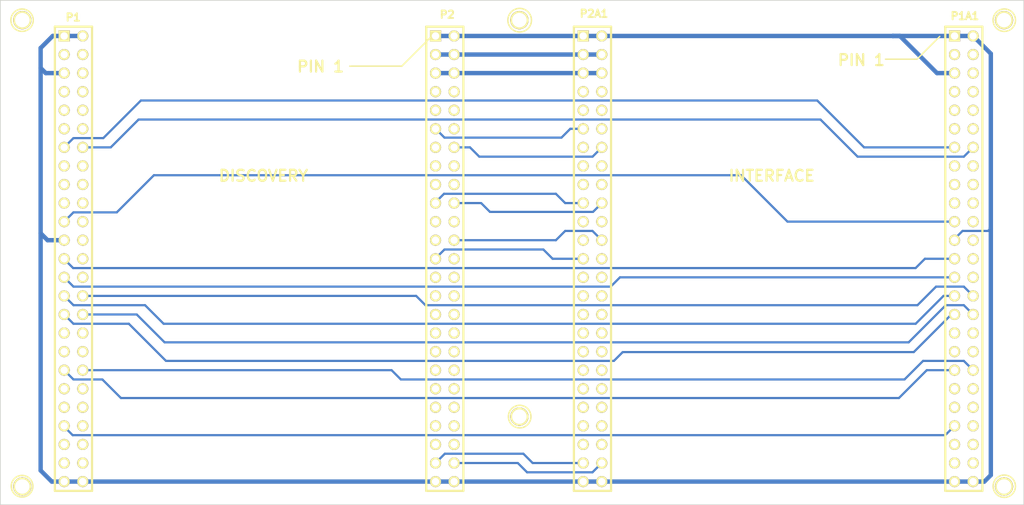
<source format=kicad_pcb>
(kicad_pcb (version 4) (host pcbnew "(after 2015-mar-04 BZR unknown)-product")

  (general
    (links 45)
    (no_connects 0)
    (area 129.949999 105.949999 270.050001 175.2816)
    (thickness 1.6)
    (drawings 18)
    (tracks 150)
    (zones 0)
    (modules 10)
    (nets 24)
  )

  (page A3)
  (layers
    (0 F.Cu signal)
    (31 B.Cu signal)
    (32 B.Adhes user)
    (33 F.Adhes user)
    (34 B.Paste user)
    (35 F.Paste user)
    (36 B.SilkS user)
    (37 F.SilkS user)
    (38 B.Mask user)
    (39 F.Mask user)
    (40 Dwgs.User user)
    (41 Cmts.User user)
    (42 Eco1.User user)
    (43 Eco2.User user)
    (44 Edge.Cuts user)
  )

  (setup
    (last_trace_width 0.6)
    (trace_clearance 0.254)
    (zone_clearance 0.254)
    (zone_45_only no)
    (trace_min 0.254)
    (segment_width 0.2)
    (edge_width 0.1)
    (via_size 0.889)
    (via_drill 0.635)
    (via_min_size 0.889)
    (via_min_drill 0.508)
    (uvia_size 0.508)
    (uvia_drill 0.127)
    (uvias_allowed no)
    (uvia_min_size 0.508)
    (uvia_min_drill 0.127)
    (pcb_text_width 0.3)
    (pcb_text_size 1.5 1.5)
    (mod_edge_width 0.15)
    (mod_text_size 1 1)
    (mod_text_width 0.15)
    (pad_size 1.5 1.5)
    (pad_drill 0.6)
    (pad_to_mask_clearance 0)
    (aux_axis_origin 0 0)
    (visible_elements 7FFFFFBF)
    (pcbplotparams
      (layerselection 0x00020_00000000)
      (usegerberextensions false)
      (excludeedgelayer false)
      (linewidth 0.150000)
      (plotframeref false)
      (viasonmask false)
      (mode 1)
      (useauxorigin false)
      (hpglpennumber 1)
      (hpglpenspeed 20)
      (hpglpendiameter 15)
      (hpglpenoverlay 2)
      (psnegative false)
      (psa4output false)
      (plotreference false)
      (plotvalue false)
      (plotinvisibletext false)
      (padsonsilk false)
      (subtractmaskfromsilk false)
      (outputformat 4)
      (mirror false)
      (drillshape 0)
      (scaleselection 1)
      (outputdirectory ""))
  )

  (net 0 "")
  (net 1 +5V)
  (net 2 /CCW1)
  (net 3 /CCW2)
  (net 4 /CCW3)
  (net 5 /CCW4)
  (net 6 /CW1)
  (net 7 /CW2)
  (net 8 /CW3)
  (net 9 /CW4)
  (net 10 /DIR1s)
  (net 11 /DIR2s)
  (net 12 /DIR3s)
  (net 13 /DIR4s)
  (net 14 /PWM1s)
  (net 15 /PWM2s)
  (net 16 /PWM3s)
  (net 17 /PWM4s)
  (net 18 /RX)
  (net 19 /RX_DEBUG)
  (net 20 /TX)
  (net 21 /TX_DEBUG)
  (net 22 3V3)
  (net 23 GND)

  (net_class Default "This is the default net class."
    (clearance 0.254)
    (trace_width 0.6)
    (via_dia 0.889)
    (via_drill 0.635)
    (uvia_dia 0.508)
    (uvia_drill 0.127)
    (add_net +5V)
    (add_net /CCW1)
    (add_net /CCW2)
    (add_net /CCW3)
    (add_net /CCW4)
    (add_net /CW1)
    (add_net /CW2)
    (add_net /CW3)
    (add_net /CW4)
    (add_net /DIR1s)
    (add_net /DIR2s)
    (add_net /DIR3s)
    (add_net /DIR4s)
    (add_net /PWM1s)
    (add_net /PWM2s)
    (add_net /PWM3s)
    (add_net /PWM4s)
    (add_net /RX)
    (add_net /RX_DEBUG)
    (add_net /TX)
    (add_net /TX_DEBUG)
    (add_net 3V3)
    (add_net GND)
  )

  (module PINHEADER25X2 (layer F.Cu) (tedit 55341784) (tstamp 55341151)
    (at 140 135 270)
    (descr "Double rangee de contacts 2 x 12 pins")
    (tags CONN)
    (path /55340C72)
    (fp_text reference P1 (at -26.669 0.046 360) (layer F.SilkS)
      (effects (font (size 1.016 1.016) (thickness 0.27432)))
    )
    (fp_text value CONN_25X2 (at 3.2639 4.1275 270) (layer F.SilkS) hide
      (effects (font (size 1.016 1.016) (thickness 0.2032)))
    )
    (fp_line (start 38.1 2.54) (end -25.4 2.54) (layer F.SilkS) (width 0.3048))
    (fp_line (start 38.1 -2.54) (end -25.4 -2.54) (layer F.SilkS) (width 0.3048))
    (fp_line (start 38.1 -2.54) (end 38.1 2.54) (layer F.SilkS) (width 0.3048))
    (fp_line (start -25.4 -2.54) (end -25.4 2.54) (layer F.SilkS) (width 0.3048))
    (pad 1 thru_hole rect (at -24.13 1.27 270) (size 1.524 1.524) (drill 1.016) (layers *.Cu *.Mask F.SilkS)
      (net 23 GND))
    (pad 2 thru_hole circle (at -24.13 -1.27 270) (size 1.524 1.524) (drill 1.016) (layers *.Cu *.Mask F.SilkS)
      (net 23 GND))
    (pad 11 thru_hole circle (at -11.43 1.27 270) (size 1.524 1.524) (drill 1.016) (layers *.Cu *.Mask F.SilkS))
    (pad 4 thru_hole circle (at -21.59 -1.27 270) (size 1.524 1.524) (drill 1.016) (layers *.Cu *.Mask F.SilkS))
    (pad 13 thru_hole circle (at -8.89 1.27 270) (size 1.524 1.524) (drill 1.016) (layers *.Cu *.Mask F.SilkS)
      (net 19 /RX_DEBUG))
    (pad 6 thru_hole circle (at -19.05 -1.27 270) (size 1.524 1.524) (drill 1.016) (layers *.Cu *.Mask F.SilkS))
    (pad 15 thru_hole circle (at -6.35 1.27 270) (size 1.524 1.524) (drill 1.016) (layers *.Cu *.Mask F.SilkS))
    (pad 8 thru_hole circle (at -16.51 -1.27 270) (size 1.524 1.524) (drill 1.016) (layers *.Cu *.Mask F.SilkS))
    (pad 17 thru_hole circle (at -3.81 1.27 270) (size 1.524 1.524) (drill 1.016) (layers *.Cu *.Mask F.SilkS))
    (pad 10 thru_hole circle (at -13.97 -1.27 270) (size 1.524 1.524) (drill 1.016) (layers *.Cu *.Mask F.SilkS))
    (pad 19 thru_hole circle (at -1.27 1.27 270) (size 1.524 1.524) (drill 1.016) (layers *.Cu *.Mask F.SilkS))
    (pad 12 thru_hole circle (at -11.43 -1.27 270) (size 1.524 1.524) (drill 1.016) (layers *.Cu *.Mask F.SilkS))
    (pad 21 thru_hole circle (at 1.27 1.27 270) (size 1.524 1.524) (drill 1.016) (layers *.Cu *.Mask F.SilkS)
      (net 4 /CCW3))
    (pad 14 thru_hole circle (at -8.89 -1.27 270) (size 1.524 1.524) (drill 1.016) (layers *.Cu *.Mask F.SilkS)
      (net 21 /TX_DEBUG))
    (pad 23 thru_hole circle (at 3.81 1.27 270) (size 1.524 1.524) (drill 1.016) (layers *.Cu *.Mask F.SilkS)
      (net 23 GND))
    (pad 16 thru_hole circle (at -6.35 -1.27 270) (size 1.524 1.524) (drill 1.016) (layers *.Cu *.Mask F.SilkS))
    (pad 25 thru_hole circle (at 6.35 1.27 270) (size 1.524 1.524) (drill 1.016) (layers *.Cu *.Mask F.SilkS)
      (net 5 /CCW4))
    (pad 18 thru_hole circle (at -3.81 -1.27 270) (size 1.524 1.524) (drill 1.016) (layers *.Cu *.Mask F.SilkS))
    (pad 27 thru_hole circle (at 8.89 1.27 270) (size 1.524 1.524) (drill 1.016) (layers *.Cu *.Mask F.SilkS)
      (net 14 /PWM1s))
    (pad 20 thru_hole circle (at -1.27 -1.27 270) (size 1.524 1.524) (drill 1.016) (layers *.Cu *.Mask F.SilkS))
    (pad 29 thru_hole circle (at 11.43 1.27 270) (size 1.524 1.524) (drill 1.016) (layers *.Cu *.Mask F.SilkS)
      (net 15 /PWM2s))
    (pad 22 thru_hole circle (at 1.27 -1.27 270) (size 1.524 1.524) (drill 1.016) (layers *.Cu *.Mask F.SilkS))
    (pad 31 thru_hole circle (at 13.97 1.27 270) (size 1.524 1.524) (drill 1.016) (layers *.Cu *.Mask F.SilkS)
      (net 16 /PWM3s))
    (pad 24 thru_hole circle (at 3.81 -1.27 270) (size 1.524 1.524) (drill 1.016) (layers *.Cu *.Mask F.SilkS))
    (pad 26 thru_hole circle (at 6.35 -1.27 270) (size 1.524 1.524) (drill 1.016) (layers *.Cu *.Mask F.SilkS))
    (pad 33 thru_hole circle (at 16.51 1.27 270) (size 1.524 1.524) (drill 1.016) (layers *.Cu *.Mask F.SilkS))
    (pad 28 thru_hole circle (at 8.89 -1.27 270) (size 1.524 1.524) (drill 1.016) (layers *.Cu *.Mask F.SilkS))
    (pad 32 thru_hole circle (at 13.97 -1.27 270) (size 1.524 1.524) (drill 1.016) (layers *.Cu *.Mask F.SilkS)
      (net 17 /PWM4s))
    (pad 34 thru_hole circle (at 16.51 -1.27 270) (size 1.524 1.524) (drill 1.016) (layers *.Cu *.Mask F.SilkS))
    (pad 36 thru_hole circle (at 19.05 -1.27 270) (size 1.524 1.524) (drill 1.016) (layers *.Cu *.Mask F.SilkS))
    (pad 38 thru_hole circle (at 21.59 -1.27 270) (size 1.524 1.524) (drill 1.016) (layers *.Cu *.Mask F.SilkS)
      (net 2 /CCW1))
    (pad 35 thru_hole circle (at 19.05 1.27 270) (size 1.524 1.524) (drill 1.016) (layers *.Cu *.Mask F.SilkS))
    (pad 37 thru_hole circle (at 21.59 1.27 270) (size 1.524 1.524) (drill 1.016) (layers *.Cu *.Mask F.SilkS)
      (net 6 /CW1))
    (pad 3 thru_hole circle (at -21.59 1.27 270) (size 1.524 1.524) (drill 1.016) (layers *.Cu *.Mask F.SilkS))
    (pad 5 thru_hole circle (at -19.05 1.27 270) (size 1.524 1.524) (drill 1.016) (layers *.Cu *.Mask F.SilkS)
      (net 23 GND))
    (pad 7 thru_hole circle (at -16.51 1.27 270) (size 1.524 1.524) (drill 1.016) (layers *.Cu *.Mask F.SilkS))
    (pad 9 thru_hole circle (at -13.97 1.27 270) (size 1.524 1.524) (drill 1.016) (layers *.Cu *.Mask F.SilkS))
    (pad 39 thru_hole circle (at 24.13 1.27 270) (size 1.524 1.524) (drill 1.016) (layers *.Cu *.Mask F.SilkS))
    (pad 40 thru_hole circle (at 24.13 -1.27 270) (size 1.524 1.524) (drill 1.016) (layers *.Cu *.Mask F.SilkS))
    (pad 30 thru_hole circle (at 11.43 -1.27 270) (size 1.524 1.524) (drill 1.016) (layers *.Cu *.Mask F.SilkS)
      (net 9 /CW4))
    (pad 41 thru_hole circle (at 26.67 1.27 270) (size 1.524 1.524) (drill 1.016) (layers *.Cu F.Paste F.SilkS F.Mask))
    (pad 42 thru_hole circle (at 26.67 -1.27 270) (size 1.524 1.524) (drill 1.016) (layers *.Cu F.Paste F.SilkS F.Mask))
    (pad 43 thru_hole circle (at 29.21 1.27 270) (size 1.524 1.524) (drill 1.016) (layers *.Cu F.Paste F.SilkS F.Mask)
      (net 8 /CW3))
    (pad 44 thru_hole circle (at 29.21 -1.27 270) (size 1.524 1.524) (drill 1.016) (layers *.Cu F.Paste F.SilkS F.Mask))
    (pad 45 thru_hole circle (at 31.75 1.27 270) (size 1.524 1.524) (drill 1.016) (layers *.Cu F.Paste F.SilkS F.Mask))
    (pad 46 thru_hole circle (at 31.75 -1.27 270) (size 1.524 1.524) (drill 1.016) (layers *.Cu F.Paste F.SilkS F.Mask))
    (pad 47 thru_hole circle (at 34.29 1.27 270) (size 1.524 1.524) (drill 1.016) (layers *.Cu F.Paste F.SilkS F.Mask))
    (pad 48 thru_hole circle (at 34.29 -1.27 270) (size 1.524 1.524) (drill 1.016) (layers *.Cu F.Paste F.SilkS F.Mask))
    (pad 49 thru_hole circle (at 36.83 1.27 270) (size 1.524 1.524) (drill 1.016) (layers *.Cu F.SilkS F.Mask)
      (net 23 GND))
    (pad 50 thru_hole circle (at 36.83 -1.27 270) (size 1.524 1.524) (drill 1.016) (layers *.Cu F.Paste F.SilkS F.Mask)
      (net 23 GND))
    (model pin_array/pins_array_20x2.wrl
      (at (xyz 0 0 0))
      (scale (xyz 1 1 1))
      (rotate (xyz 0 0 0))
    )
  )

  (module PINHEADER25X2 (layer F.Cu) (tedit 5534177F) (tstamp 5534118B)
    (at 190.8 135 270)
    (descr "Double rangee de contacts 2 x 12 pins")
    (tags CONN)
    (path /55340C81)
    (fp_text reference P2 (at -27.05 -0.335 360) (layer F.SilkS)
      (effects (font (size 1.016 1.016) (thickness 0.27432)))
    )
    (fp_text value CONN_25X2 (at 3.2639 4.1275 270) (layer F.SilkS) hide
      (effects (font (size 1.016 1.016) (thickness 0.2032)))
    )
    (fp_line (start 38.1 2.54) (end -25.4 2.54) (layer F.SilkS) (width 0.3048))
    (fp_line (start 38.1 -2.54) (end -25.4 -2.54) (layer F.SilkS) (width 0.3048))
    (fp_line (start 38.1 -2.54) (end 38.1 2.54) (layer F.SilkS) (width 0.3048))
    (fp_line (start -25.4 -2.54) (end -25.4 2.54) (layer F.SilkS) (width 0.3048))
    (pad 1 thru_hole rect (at -24.13 1.27 270) (size 1.524 1.524) (drill 1.016) (layers *.Cu *.Mask F.SilkS)
      (net 23 GND))
    (pad 2 thru_hole circle (at -24.13 -1.27 270) (size 1.524 1.524) (drill 1.016) (layers *.Cu *.Mask F.SilkS)
      (net 23 GND))
    (pad 11 thru_hole circle (at -11.43 1.27 270) (size 1.524 1.524) (drill 1.016) (layers *.Cu *.Mask F.SilkS)
      (net 7 /CW2))
    (pad 4 thru_hole circle (at -21.59 -1.27 270) (size 1.524 1.524) (drill 1.016) (layers *.Cu *.Mask F.SilkS)
      (net 1 +5V))
    (pad 13 thru_hole circle (at -8.89 1.27 270) (size 1.524 1.524) (drill 1.016) (layers *.Cu *.Mask F.SilkS))
    (pad 6 thru_hole circle (at -19.05 -1.27 270) (size 1.524 1.524) (drill 1.016) (layers *.Cu *.Mask F.SilkS)
      (net 22 3V3))
    (pad 15 thru_hole circle (at -6.35 1.27 270) (size 1.524 1.524) (drill 1.016) (layers *.Cu *.Mask F.SilkS))
    (pad 8 thru_hole circle (at -16.51 -1.27 270) (size 1.524 1.524) (drill 1.016) (layers *.Cu *.Mask F.SilkS))
    (pad 17 thru_hole circle (at -3.81 1.27 270) (size 1.524 1.524) (drill 1.016) (layers *.Cu *.Mask F.SilkS))
    (pad 10 thru_hole circle (at -13.97 -1.27 270) (size 1.524 1.524) (drill 1.016) (layers *.Cu *.Mask F.SilkS))
    (pad 19 thru_hole circle (at -1.27 1.27 270) (size 1.524 1.524) (drill 1.016) (layers *.Cu *.Mask F.SilkS)
      (net 11 /DIR2s))
    (pad 12 thru_hole circle (at -11.43 -1.27 270) (size 1.524 1.524) (drill 1.016) (layers *.Cu *.Mask F.SilkS))
    (pad 21 thru_hole circle (at 1.27 1.27 270) (size 1.524 1.524) (drill 1.016) (layers *.Cu *.Mask F.SilkS))
    (pad 14 thru_hole circle (at -8.89 -1.27 270) (size 1.524 1.524) (drill 1.016) (layers *.Cu *.Mask F.SilkS)
      (net 3 /CCW2))
    (pad 23 thru_hole circle (at 3.81 1.27 270) (size 1.524 1.524) (drill 1.016) (layers *.Cu *.Mask F.SilkS))
    (pad 16 thru_hole circle (at -6.35 -1.27 270) (size 1.524 1.524) (drill 1.016) (layers *.Cu *.Mask F.SilkS))
    (pad 25 thru_hole circle (at 6.35 1.27 270) (size 1.524 1.524) (drill 1.016) (layers *.Cu *.Mask F.SilkS)
      (net 12 /DIR3s))
    (pad 18 thru_hole circle (at -3.81 -1.27 270) (size 1.524 1.524) (drill 1.016) (layers *.Cu *.Mask F.SilkS))
    (pad 27 thru_hole circle (at 8.89 1.27 270) (size 1.524 1.524) (drill 1.016) (layers *.Cu *.Mask F.SilkS))
    (pad 20 thru_hole circle (at -1.27 -1.27 270) (size 1.524 1.524) (drill 1.016) (layers *.Cu *.Mask F.SilkS)
      (net 13 /DIR4s))
    (pad 29 thru_hole circle (at 11.43 1.27 270) (size 1.524 1.524) (drill 1.016) (layers *.Cu *.Mask F.SilkS))
    (pad 22 thru_hole circle (at 1.27 -1.27 270) (size 1.524 1.524) (drill 1.016) (layers *.Cu *.Mask F.SilkS))
    (pad 31 thru_hole circle (at 13.97 1.27 270) (size 1.524 1.524) (drill 1.016) (layers *.Cu *.Mask F.SilkS))
    (pad 24 thru_hole circle (at 3.81 -1.27 270) (size 1.524 1.524) (drill 1.016) (layers *.Cu *.Mask F.SilkS)
      (net 10 /DIR1s))
    (pad 26 thru_hole circle (at 6.35 -1.27 270) (size 1.524 1.524) (drill 1.016) (layers *.Cu *.Mask F.SilkS))
    (pad 33 thru_hole circle (at 16.51 1.27 270) (size 1.524 1.524) (drill 1.016) (layers *.Cu *.Mask F.SilkS))
    (pad 28 thru_hole circle (at 8.89 -1.27 270) (size 1.524 1.524) (drill 1.016) (layers *.Cu *.Mask F.SilkS))
    (pad 32 thru_hole circle (at 13.97 -1.27 270) (size 1.524 1.524) (drill 1.016) (layers *.Cu *.Mask F.SilkS))
    (pad 34 thru_hole circle (at 16.51 -1.27 270) (size 1.524 1.524) (drill 1.016) (layers *.Cu *.Mask F.SilkS))
    (pad 36 thru_hole circle (at 19.05 -1.27 270) (size 1.524 1.524) (drill 1.016) (layers *.Cu *.Mask F.SilkS))
    (pad 38 thru_hole circle (at 21.59 -1.27 270) (size 1.524 1.524) (drill 1.016) (layers *.Cu *.Mask F.SilkS))
    (pad 35 thru_hole circle (at 19.05 1.27 270) (size 1.524 1.524) (drill 1.016) (layers *.Cu *.Mask F.SilkS))
    (pad 37 thru_hole circle (at 21.59 1.27 270) (size 1.524 1.524) (drill 1.016) (layers *.Cu *.Mask F.SilkS))
    (pad 3 thru_hole circle (at -21.59 1.27 270) (size 1.524 1.524) (drill 1.016) (layers *.Cu *.Mask F.SilkS)
      (net 1 +5V))
    (pad 5 thru_hole circle (at -19.05 1.27 270) (size 1.524 1.524) (drill 1.016) (layers *.Cu *.Mask F.SilkS)
      (net 22 3V3))
    (pad 7 thru_hole circle (at -16.51 1.27 270) (size 1.524 1.524) (drill 1.016) (layers *.Cu *.Mask F.SilkS))
    (pad 9 thru_hole circle (at -13.97 1.27 270) (size 1.524 1.524) (drill 1.016) (layers *.Cu *.Mask F.SilkS))
    (pad 39 thru_hole circle (at 24.13 1.27 270) (size 1.524 1.524) (drill 1.016) (layers *.Cu *.Mask F.SilkS))
    (pad 40 thru_hole circle (at 24.13 -1.27 270) (size 1.524 1.524) (drill 1.016) (layers *.Cu *.Mask F.SilkS))
    (pad 30 thru_hole circle (at 11.43 -1.27 270) (size 1.524 1.524) (drill 1.016) (layers *.Cu *.Mask F.SilkS))
    (pad 41 thru_hole circle (at 26.67 1.27 270) (size 1.524 1.524) (drill 1.016) (layers *.Cu F.Paste F.SilkS F.Mask))
    (pad 42 thru_hole circle (at 26.67 -1.27 270) (size 1.524 1.524) (drill 1.016) (layers *.Cu F.Paste F.SilkS F.Mask))
    (pad 43 thru_hole circle (at 29.21 1.27 270) (size 1.524 1.524) (drill 1.016) (layers *.Cu F.Paste F.SilkS F.Mask))
    (pad 44 thru_hole circle (at 29.21 -1.27 270) (size 1.524 1.524) (drill 1.016) (layers *.Cu F.Paste F.SilkS F.Mask))
    (pad 45 thru_hole circle (at 31.75 1.27 270) (size 1.524 1.524) (drill 1.016) (layers *.Cu F.Paste F.SilkS F.Mask))
    (pad 46 thru_hole circle (at 31.75 -1.27 270) (size 1.524 1.524) (drill 1.016) (layers *.Cu F.Paste F.SilkS F.Mask))
    (pad 47 thru_hole circle (at 34.29 1.27 270) (size 1.524 1.524) (drill 1.016) (layers *.Cu F.Paste F.SilkS F.Mask)
      (net 20 /TX))
    (pad 48 thru_hole circle (at 34.29 -1.27 270) (size 1.524 1.524) (drill 1.016) (layers *.Cu F.Paste F.SilkS F.Mask)
      (net 18 /RX))
    (pad 49 thru_hole circle (at 36.83 1.27 270) (size 1.524 1.524) (drill 1.016) (layers *.Cu F.SilkS F.Mask)
      (net 23 GND))
    (pad 50 thru_hole circle (at 36.83 -1.27 270) (size 1.524 1.524) (drill 1.016) (layers *.Cu F.Paste F.SilkS F.Mask)
      (net 23 GND))
    (model pin_array/pins_array_20x2.wrl
      (at (xyz 0 0 0))
      (scale (xyz 1 1 1))
      (rotate (xyz 0 0 0))
    )
  )

  (module PINHEADER25X2 (layer F.Cu) (tedit 55341778) (tstamp 553411C5)
    (at 261.8 135 270)
    (descr "Double rangee de contacts 2 x 12 pins")
    (tags CONN)
    (path /55341386)
    (fp_text reference P1A1 (at -26.8595 -0.1375 360) (layer F.SilkS)
      (effects (font (size 1.016 1.016) (thickness 0.27432)))
    )
    (fp_text value CONN_25X2 (at 3.2639 4.1275 270) (layer F.SilkS) hide
      (effects (font (size 1.016 1.016) (thickness 0.2032)))
    )
    (fp_line (start 38.1 2.54) (end -25.4 2.54) (layer F.SilkS) (width 0.3048))
    (fp_line (start 38.1 -2.54) (end -25.4 -2.54) (layer F.SilkS) (width 0.3048))
    (fp_line (start 38.1 -2.54) (end 38.1 2.54) (layer F.SilkS) (width 0.3048))
    (fp_line (start -25.4 -2.54) (end -25.4 2.54) (layer F.SilkS) (width 0.3048))
    (pad 1 thru_hole rect (at -24.13 1.27 270) (size 1.524 1.524) (drill 1.016) (layers *.Cu *.Mask F.SilkS)
      (net 23 GND))
    (pad 2 thru_hole circle (at -24.13 -1.27 270) (size 1.524 1.524) (drill 1.016) (layers *.Cu *.Mask F.SilkS)
      (net 23 GND))
    (pad 11 thru_hole circle (at -11.43 1.27 270) (size 1.524 1.524) (drill 1.016) (layers *.Cu *.Mask F.SilkS))
    (pad 4 thru_hole circle (at -21.59 -1.27 270) (size 1.524 1.524) (drill 1.016) (layers *.Cu *.Mask F.SilkS))
    (pad 13 thru_hole circle (at -8.89 1.27 270) (size 1.524 1.524) (drill 1.016) (layers *.Cu *.Mask F.SilkS)
      (net 19 /RX_DEBUG))
    (pad 6 thru_hole circle (at -19.05 -1.27 270) (size 1.524 1.524) (drill 1.016) (layers *.Cu *.Mask F.SilkS))
    (pad 15 thru_hole circle (at -6.35 1.27 270) (size 1.524 1.524) (drill 1.016) (layers *.Cu *.Mask F.SilkS))
    (pad 8 thru_hole circle (at -16.51 -1.27 270) (size 1.524 1.524) (drill 1.016) (layers *.Cu *.Mask F.SilkS))
    (pad 17 thru_hole circle (at -3.81 1.27 270) (size 1.524 1.524) (drill 1.016) (layers *.Cu *.Mask F.SilkS))
    (pad 10 thru_hole circle (at -13.97 -1.27 270) (size 1.524 1.524) (drill 1.016) (layers *.Cu *.Mask F.SilkS))
    (pad 19 thru_hole circle (at -1.27 1.27 270) (size 1.524 1.524) (drill 1.016) (layers *.Cu *.Mask F.SilkS))
    (pad 12 thru_hole circle (at -11.43 -1.27 270) (size 1.524 1.524) (drill 1.016) (layers *.Cu *.Mask F.SilkS))
    (pad 21 thru_hole circle (at 1.27 1.27 270) (size 1.524 1.524) (drill 1.016) (layers *.Cu *.Mask F.SilkS)
      (net 4 /CCW3))
    (pad 14 thru_hole circle (at -8.89 -1.27 270) (size 1.524 1.524) (drill 1.016) (layers *.Cu *.Mask F.SilkS)
      (net 21 /TX_DEBUG))
    (pad 23 thru_hole circle (at 3.81 1.27 270) (size 1.524 1.524) (drill 1.016) (layers *.Cu *.Mask F.SilkS)
      (net 23 GND))
    (pad 16 thru_hole circle (at -6.35 -1.27 270) (size 1.524 1.524) (drill 1.016) (layers *.Cu *.Mask F.SilkS))
    (pad 25 thru_hole circle (at 6.35 1.27 270) (size 1.524 1.524) (drill 1.016) (layers *.Cu *.Mask F.SilkS)
      (net 5 /CCW4))
    (pad 18 thru_hole circle (at -3.81 -1.27 270) (size 1.524 1.524) (drill 1.016) (layers *.Cu *.Mask F.SilkS))
    (pad 27 thru_hole circle (at 8.89 1.27 270) (size 1.524 1.524) (drill 1.016) (layers *.Cu *.Mask F.SilkS)
      (net 14 /PWM1s))
    (pad 20 thru_hole circle (at -1.27 -1.27 270) (size 1.524 1.524) (drill 1.016) (layers *.Cu *.Mask F.SilkS))
    (pad 29 thru_hole circle (at 11.43 1.27 270) (size 1.524 1.524) (drill 1.016) (layers *.Cu *.Mask F.SilkS)
      (net 15 /PWM2s))
    (pad 22 thru_hole circle (at 1.27 -1.27 270) (size 1.524 1.524) (drill 1.016) (layers *.Cu *.Mask F.SilkS))
    (pad 31 thru_hole circle (at 13.97 1.27 270) (size 1.524 1.524) (drill 1.016) (layers *.Cu *.Mask F.SilkS)
      (net 16 /PWM3s))
    (pad 24 thru_hole circle (at 3.81 -1.27 270) (size 1.524 1.524) (drill 1.016) (layers *.Cu *.Mask F.SilkS))
    (pad 26 thru_hole circle (at 6.35 -1.27 270) (size 1.524 1.524) (drill 1.016) (layers *.Cu *.Mask F.SilkS))
    (pad 33 thru_hole circle (at 16.51 1.27 270) (size 1.524 1.524) (drill 1.016) (layers *.Cu *.Mask F.SilkS))
    (pad 28 thru_hole circle (at 8.89 -1.27 270) (size 1.524 1.524) (drill 1.016) (layers *.Cu *.Mask F.SilkS))
    (pad 32 thru_hole circle (at 13.97 -1.27 270) (size 1.524 1.524) (drill 1.016) (layers *.Cu *.Mask F.SilkS)
      (net 17 /PWM4s))
    (pad 34 thru_hole circle (at 16.51 -1.27 270) (size 1.524 1.524) (drill 1.016) (layers *.Cu *.Mask F.SilkS))
    (pad 36 thru_hole circle (at 19.05 -1.27 270) (size 1.524 1.524) (drill 1.016) (layers *.Cu *.Mask F.SilkS))
    (pad 38 thru_hole circle (at 21.59 -1.27 270) (size 1.524 1.524) (drill 1.016) (layers *.Cu *.Mask F.SilkS)
      (net 2 /CCW1))
    (pad 35 thru_hole circle (at 19.05 1.27 270) (size 1.524 1.524) (drill 1.016) (layers *.Cu *.Mask F.SilkS))
    (pad 37 thru_hole circle (at 21.59 1.27 270) (size 1.524 1.524) (drill 1.016) (layers *.Cu *.Mask F.SilkS)
      (net 6 /CW1))
    (pad 3 thru_hole circle (at -21.59 1.27 270) (size 1.524 1.524) (drill 1.016) (layers *.Cu *.Mask F.SilkS))
    (pad 5 thru_hole circle (at -19.05 1.27 270) (size 1.524 1.524) (drill 1.016) (layers *.Cu *.Mask F.SilkS)
      (net 23 GND))
    (pad 7 thru_hole circle (at -16.51 1.27 270) (size 1.524 1.524) (drill 1.016) (layers *.Cu *.Mask F.SilkS))
    (pad 9 thru_hole circle (at -13.97 1.27 270) (size 1.524 1.524) (drill 1.016) (layers *.Cu *.Mask F.SilkS))
    (pad 39 thru_hole circle (at 24.13 1.27 270) (size 1.524 1.524) (drill 1.016) (layers *.Cu *.Mask F.SilkS))
    (pad 40 thru_hole circle (at 24.13 -1.27 270) (size 1.524 1.524) (drill 1.016) (layers *.Cu *.Mask F.SilkS))
    (pad 30 thru_hole circle (at 11.43 -1.27 270) (size 1.524 1.524) (drill 1.016) (layers *.Cu *.Mask F.SilkS)
      (net 9 /CW4))
    (pad 41 thru_hole circle (at 26.67 1.27 270) (size 1.524 1.524) (drill 1.016) (layers *.Cu F.Paste F.SilkS F.Mask))
    (pad 42 thru_hole circle (at 26.67 -1.27 270) (size 1.524 1.524) (drill 1.016) (layers *.Cu F.Paste F.SilkS F.Mask))
    (pad 43 thru_hole circle (at 29.21 1.27 270) (size 1.524 1.524) (drill 1.016) (layers *.Cu F.Paste F.SilkS F.Mask)
      (net 8 /CW3))
    (pad 44 thru_hole circle (at 29.21 -1.27 270) (size 1.524 1.524) (drill 1.016) (layers *.Cu F.Paste F.SilkS F.Mask))
    (pad 45 thru_hole circle (at 31.75 1.27 270) (size 1.524 1.524) (drill 1.016) (layers *.Cu F.Paste F.SilkS F.Mask))
    (pad 46 thru_hole circle (at 31.75 -1.27 270) (size 1.524 1.524) (drill 1.016) (layers *.Cu F.Paste F.SilkS F.Mask))
    (pad 47 thru_hole circle (at 34.29 1.27 270) (size 1.524 1.524) (drill 1.016) (layers *.Cu F.Paste F.SilkS F.Mask))
    (pad 48 thru_hole circle (at 34.29 -1.27 270) (size 1.524 1.524) (drill 1.016) (layers *.Cu F.Paste F.SilkS F.Mask))
    (pad 49 thru_hole circle (at 36.83 1.27 270) (size 1.524 1.524) (drill 1.016) (layers *.Cu F.SilkS F.Mask)
      (net 23 GND))
    (pad 50 thru_hole circle (at 36.83 -1.27 270) (size 1.524 1.524) (drill 1.016) (layers *.Cu F.Paste F.SilkS F.Mask)
      (net 23 GND))
    (model pin_array/pins_array_20x2.wrl
      (at (xyz 0 0 0))
      (scale (xyz 1 1 1))
      (rotate (xyz 0 0 0))
    )
  )

  (module PINHEADER25X2 (layer F.Cu) (tedit 5534177B) (tstamp 553411FF)
    (at 211 135 270)
    (descr "Double rangee de contacts 2 x 12 pins")
    (tags CONN)
    (path /5534138C)
    (fp_text reference P2A1 (at -27.177 -0.201 360) (layer F.SilkS)
      (effects (font (size 1.016 1.016) (thickness 0.27432)))
    )
    (fp_text value CONN_25X2 (at 3.2639 4.1275 270) (layer F.SilkS) hide
      (effects (font (size 1.016 1.016) (thickness 0.2032)))
    )
    (fp_line (start 38.1 2.54) (end -25.4 2.54) (layer F.SilkS) (width 0.3048))
    (fp_line (start 38.1 -2.54) (end -25.4 -2.54) (layer F.SilkS) (width 0.3048))
    (fp_line (start 38.1 -2.54) (end 38.1 2.54) (layer F.SilkS) (width 0.3048))
    (fp_line (start -25.4 -2.54) (end -25.4 2.54) (layer F.SilkS) (width 0.3048))
    (pad 1 thru_hole rect (at -24.13 1.27 270) (size 1.524 1.524) (drill 1.016) (layers *.Cu *.Mask F.SilkS)
      (net 23 GND))
    (pad 2 thru_hole circle (at -24.13 -1.27 270) (size 1.524 1.524) (drill 1.016) (layers *.Cu *.Mask F.SilkS)
      (net 23 GND))
    (pad 11 thru_hole circle (at -11.43 1.27 270) (size 1.524 1.524) (drill 1.016) (layers *.Cu *.Mask F.SilkS)
      (net 7 /CW2))
    (pad 4 thru_hole circle (at -21.59 -1.27 270) (size 1.524 1.524) (drill 1.016) (layers *.Cu *.Mask F.SilkS)
      (net 1 +5V))
    (pad 13 thru_hole circle (at -8.89 1.27 270) (size 1.524 1.524) (drill 1.016) (layers *.Cu *.Mask F.SilkS))
    (pad 6 thru_hole circle (at -19.05 -1.27 270) (size 1.524 1.524) (drill 1.016) (layers *.Cu *.Mask F.SilkS)
      (net 22 3V3))
    (pad 15 thru_hole circle (at -6.35 1.27 270) (size 1.524 1.524) (drill 1.016) (layers *.Cu *.Mask F.SilkS))
    (pad 8 thru_hole circle (at -16.51 -1.27 270) (size 1.524 1.524) (drill 1.016) (layers *.Cu *.Mask F.SilkS))
    (pad 17 thru_hole circle (at -3.81 1.27 270) (size 1.524 1.524) (drill 1.016) (layers *.Cu *.Mask F.SilkS))
    (pad 10 thru_hole circle (at -13.97 -1.27 270) (size 1.524 1.524) (drill 1.016) (layers *.Cu *.Mask F.SilkS))
    (pad 19 thru_hole circle (at -1.27 1.27 270) (size 1.524 1.524) (drill 1.016) (layers *.Cu *.Mask F.SilkS)
      (net 11 /DIR2s))
    (pad 12 thru_hole circle (at -11.43 -1.27 270) (size 1.524 1.524) (drill 1.016) (layers *.Cu *.Mask F.SilkS))
    (pad 21 thru_hole circle (at 1.27 1.27 270) (size 1.524 1.524) (drill 1.016) (layers *.Cu *.Mask F.SilkS))
    (pad 14 thru_hole circle (at -8.89 -1.27 270) (size 1.524 1.524) (drill 1.016) (layers *.Cu *.Mask F.SilkS)
      (net 3 /CCW2))
    (pad 23 thru_hole circle (at 3.81 1.27 270) (size 1.524 1.524) (drill 1.016) (layers *.Cu *.Mask F.SilkS))
    (pad 16 thru_hole circle (at -6.35 -1.27 270) (size 1.524 1.524) (drill 1.016) (layers *.Cu *.Mask F.SilkS))
    (pad 25 thru_hole circle (at 6.35 1.27 270) (size 1.524 1.524) (drill 1.016) (layers *.Cu *.Mask F.SilkS)
      (net 12 /DIR3s))
    (pad 18 thru_hole circle (at -3.81 -1.27 270) (size 1.524 1.524) (drill 1.016) (layers *.Cu *.Mask F.SilkS))
    (pad 27 thru_hole circle (at 8.89 1.27 270) (size 1.524 1.524) (drill 1.016) (layers *.Cu *.Mask F.SilkS))
    (pad 20 thru_hole circle (at -1.27 -1.27 270) (size 1.524 1.524) (drill 1.016) (layers *.Cu *.Mask F.SilkS)
      (net 13 /DIR4s))
    (pad 29 thru_hole circle (at 11.43 1.27 270) (size 1.524 1.524) (drill 1.016) (layers *.Cu *.Mask F.SilkS))
    (pad 22 thru_hole circle (at 1.27 -1.27 270) (size 1.524 1.524) (drill 1.016) (layers *.Cu *.Mask F.SilkS))
    (pad 31 thru_hole circle (at 13.97 1.27 270) (size 1.524 1.524) (drill 1.016) (layers *.Cu *.Mask F.SilkS))
    (pad 24 thru_hole circle (at 3.81 -1.27 270) (size 1.524 1.524) (drill 1.016) (layers *.Cu *.Mask F.SilkS)
      (net 10 /DIR1s))
    (pad 26 thru_hole circle (at 6.35 -1.27 270) (size 1.524 1.524) (drill 1.016) (layers *.Cu *.Mask F.SilkS))
    (pad 33 thru_hole circle (at 16.51 1.27 270) (size 1.524 1.524) (drill 1.016) (layers *.Cu *.Mask F.SilkS))
    (pad 28 thru_hole circle (at 8.89 -1.27 270) (size 1.524 1.524) (drill 1.016) (layers *.Cu *.Mask F.SilkS))
    (pad 32 thru_hole circle (at 13.97 -1.27 270) (size 1.524 1.524) (drill 1.016) (layers *.Cu *.Mask F.SilkS))
    (pad 34 thru_hole circle (at 16.51 -1.27 270) (size 1.524 1.524) (drill 1.016) (layers *.Cu *.Mask F.SilkS))
    (pad 36 thru_hole circle (at 19.05 -1.27 270) (size 1.524 1.524) (drill 1.016) (layers *.Cu *.Mask F.SilkS))
    (pad 38 thru_hole circle (at 21.59 -1.27 270) (size 1.524 1.524) (drill 1.016) (layers *.Cu *.Mask F.SilkS))
    (pad 35 thru_hole circle (at 19.05 1.27 270) (size 1.524 1.524) (drill 1.016) (layers *.Cu *.Mask F.SilkS))
    (pad 37 thru_hole circle (at 21.59 1.27 270) (size 1.524 1.524) (drill 1.016) (layers *.Cu *.Mask F.SilkS))
    (pad 3 thru_hole circle (at -21.59 1.27 270) (size 1.524 1.524) (drill 1.016) (layers *.Cu *.Mask F.SilkS)
      (net 1 +5V))
    (pad 5 thru_hole circle (at -19.05 1.27 270) (size 1.524 1.524) (drill 1.016) (layers *.Cu *.Mask F.SilkS)
      (net 22 3V3))
    (pad 7 thru_hole circle (at -16.51 1.27 270) (size 1.524 1.524) (drill 1.016) (layers *.Cu *.Mask F.SilkS))
    (pad 9 thru_hole circle (at -13.97 1.27 270) (size 1.524 1.524) (drill 1.016) (layers *.Cu *.Mask F.SilkS))
    (pad 39 thru_hole circle (at 24.13 1.27 270) (size 1.524 1.524) (drill 1.016) (layers *.Cu *.Mask F.SilkS))
    (pad 40 thru_hole circle (at 24.13 -1.27 270) (size 1.524 1.524) (drill 1.016) (layers *.Cu *.Mask F.SilkS))
    (pad 30 thru_hole circle (at 11.43 -1.27 270) (size 1.524 1.524) (drill 1.016) (layers *.Cu *.Mask F.SilkS))
    (pad 41 thru_hole circle (at 26.67 1.27 270) (size 1.524 1.524) (drill 1.016) (layers *.Cu F.Paste F.SilkS F.Mask))
    (pad 42 thru_hole circle (at 26.67 -1.27 270) (size 1.524 1.524) (drill 1.016) (layers *.Cu F.Paste F.SilkS F.Mask))
    (pad 43 thru_hole circle (at 29.21 1.27 270) (size 1.524 1.524) (drill 1.016) (layers *.Cu F.Paste F.SilkS F.Mask))
    (pad 44 thru_hole circle (at 29.21 -1.27 270) (size 1.524 1.524) (drill 1.016) (layers *.Cu F.Paste F.SilkS F.Mask))
    (pad 45 thru_hole circle (at 31.75 1.27 270) (size 1.524 1.524) (drill 1.016) (layers *.Cu F.Paste F.SilkS F.Mask))
    (pad 46 thru_hole circle (at 31.75 -1.27 270) (size 1.524 1.524) (drill 1.016) (layers *.Cu F.Paste F.SilkS F.Mask))
    (pad 47 thru_hole circle (at 34.29 1.27 270) (size 1.524 1.524) (drill 1.016) (layers *.Cu F.Paste F.SilkS F.Mask)
      (net 20 /TX))
    (pad 48 thru_hole circle (at 34.29 -1.27 270) (size 1.524 1.524) (drill 1.016) (layers *.Cu F.Paste F.SilkS F.Mask)
      (net 18 /RX))
    (pad 49 thru_hole circle (at 36.83 1.27 270) (size 1.524 1.524) (drill 1.016) (layers *.Cu F.SilkS F.Mask)
      (net 23 GND))
    (pad 50 thru_hole circle (at 36.83 -1.27 270) (size 1.524 1.524) (drill 1.016) (layers *.Cu F.Paste F.SilkS F.Mask)
      (net 23 GND))
    (model pin_array/pins_array_20x2.wrl
      (at (xyz 0 0 0))
      (scale (xyz 1 1 1))
      (rotate (xyz 0 0 0))
    )
  )

  (module HOLE (layer F.Cu) (tedit 55341A7F) (tstamp 5534A6AF)
    (at 133 108.7)
    (fp_text reference HOLE (at -0.0381 -1.3589) (layer F.SilkS) hide
      (effects (font (size 1 1) (thickness 0.15)))
    )
    (fp_text value VAL** (at 0.1778 1.7526) (layer F.SilkS) hide
      (effects (font (size 1 1) (thickness 0.15)))
    )
    (pad 3 thru_hole circle (at 0 0) (size 2.5 2.5) (drill 2) (layers *.Cu *.Mask F.SilkS))
  )

  (module HOLE (layer F.Cu) (tedit 55341B74) (tstamp 5534A6B8)
    (at 201 108.7)
    (fp_text reference HOLE (at -0.0381 -1.3589) (layer F.SilkS) hide
      (effects (font (size 1 1) (thickness 0.15)))
    )
    (fp_text value VAL** (at 0.1778 1.7526) (layer F.SilkS) hide
      (effects (font (size 1 1) (thickness 0.15)))
    )
    (pad 3 thru_hole circle (at 0 0) (size 2.5 2.5) (drill 2) (layers *.Cu *.Mask F.SilkS))
  )

  (module HOLE (layer F.Cu) (tedit 55341B57) (tstamp 5534A6C1)
    (at 267.3 108.7)
    (fp_text reference HOLE (at -0.0381 -1.3589) (layer F.SilkS) hide
      (effects (font (size 1 1) (thickness 0.15)))
    )
    (fp_text value VAL** (at 0.1778 1.7526) (layer F.SilkS) hide
      (effects (font (size 1 1) (thickness 0.15)))
    )
    (pad 3 thru_hole circle (at 0 0) (size 2.5 2.5) (drill 2) (layers *.Cu *.Mask F.SilkS))
  )

  (module HOLE (layer F.Cu) (tedit 55341B03) (tstamp 5534A6CA)
    (at 267.3 172.5)
    (fp_text reference HOLE (at -0.0381 -1.3589) (layer F.SilkS) hide
      (effects (font (size 1 1) (thickness 0.15)))
    )
    (fp_text value VAL** (at 0.1778 1.7526) (layer F.SilkS) hide
      (effects (font (size 1 1) (thickness 0.15)))
    )
    (pad 3 thru_hole circle (at 0 0) (size 2.5 2.5) (drill 2) (layers *.Cu *.Mask F.SilkS))
  )

  (module HOLE (layer F.Cu) (tedit 55341AD3) (tstamp 5534A6D3)
    (at 133 172.5)
    (fp_text reference HOLE (at -0.0381 -1.3589) (layer F.SilkS) hide
      (effects (font (size 1 1) (thickness 0.15)))
    )
    (fp_text value VAL** (at 0.1778 1.7526) (layer F.SilkS) hide
      (effects (font (size 1 1) (thickness 0.15)))
    )
    (pad 3 thru_hole circle (at 0 0) (size 2.5 2.5) (drill 2) (layers *.Cu *.Mask F.SilkS))
  )

  (module HOLE (layer F.Cu) (tedit 55341B9B) (tstamp 5534A6DC)
    (at 201 162.941)
    (fp_text reference HOLE (at -0.0381 -1.3589) (layer F.SilkS) hide
      (effects (font (size 1 1) (thickness 0.15)))
    )
    (fp_text value VAL** (at 0.1778 1.7526) (layer F.SilkS) hide
      (effects (font (size 1 1) (thickness 0.15)))
    )
    (pad 3 thru_hole circle (at 0 0) (size 2.5 2.5) (drill 2) (layers *.Cu *.Mask F.SilkS))
  )

  (gr_circle (center 132.969 172.466) (end 134.239 173.228) (layer F.SilkS) (width 0.2))
  (gr_circle (center 132.969 108.712) (end 134.112 109.728) (layer F.SilkS) (width 0.2))
  (gr_circle (center 267.335 108.712) (end 268.732 109.347) (layer F.SilkS) (width 0.2))
  (gr_circle (center 267.335 172.466) (end 268.478 171.45) (layer F.SilkS) (width 0.2))
  (gr_circle (center 201.041 162.941) (end 202.565 163.195) (layer F.SilkS) (width 0.2))
  (gr_circle (center 201.041 108.712) (end 202.184 107.569) (layer F.SilkS) (width 0.2))
  (gr_text "PIN 1" (at 247.777 114.173) (layer F.SilkS)
    (effects (font (size 1.5 1.5) (thickness 0.3)))
  )
  (gr_text "PIN 1" (at 173.7995 115.062) (layer F.SilkS)
    (effects (font (size 1.5 1.5) (thickness 0.3)))
  )
  (gr_line (start 184.912 114.9985) (end 177.8 114.9985) (angle 90) (layer F.SilkS) (width 0.2))
  (gr_line (start 189.103 110.8075) (end 184.912 114.9985) (angle 90) (layer F.SilkS) (width 0.2))
  (gr_line (start 255.397 114.046) (end 251.079 114.046) (angle 90) (layer F.SilkS) (width 0.2))
  (gr_line (start 258.5085 110.9345) (end 255.397 114.046) (angle 90) (layer F.SilkS) (width 0.2))
  (gr_text INTERFACE (at 235.5215 130) (layer F.SilkS)
    (effects (font (size 1.5 1.5) (thickness 0.3)))
  )
  (gr_text "DISCOVERY\n" (at 165.989 130) (layer F.SilkS)
    (effects (font (size 1.5 1.5) (thickness 0.3)))
  )
  (gr_line (start 270 106) (end 270 175) (angle 90) (layer Edge.Cuts) (width 0.1))
  (gr_line (start 130 106) (end 130 175) (angle 90) (layer Edge.Cuts) (width 0.1))
  (gr_line (start 130 106) (end 270 106) (angle 90) (layer Edge.Cuts) (width 0.1))
  (gr_line (start 130 175) (end 270 175) (angle 90) (layer Edge.Cuts) (width 0.1))

  (segment (start 189.53 113.41) (end 192.07 113.41) (width 0.6) (layer B.Cu) (net 1))
  (segment (start 192.07 113.41) (end 209.73 113.41) (width 0.6) (layer B.Cu) (net 1))
  (segment (start 209.73 113.41) (end 212.27 113.41) (width 0.6) (layer B.Cu) (net 1))
  (segment (start 256.2225 155.321) (end 261.801 155.321) (width 0.3) (layer B.Cu) (net 2) (tstamp 553416C2))
  (segment (start 261.801 155.321) (end 263.07 156.59) (width 0.3) (layer B.Cu) (net 2) (tstamp 553416C4))
  (segment (start 253.6825 157.861) (end 256.2225 155.321) (width 0.3) (layer B.Cu) (net 2) (tstamp 553416C0))
  (segment (start 184.785 157.861) (end 253.6825 157.861) (width 0.3) (layer B.Cu) (net 2) (tstamp 553416BE))
  (segment (start 183.514 156.59) (end 184.785 157.861) (width 0.3) (layer B.Cu) (net 2) (tstamp 553416BD))
  (segment (start 141.27 156.59) (end 183.514 156.59) (width 0.3) (layer B.Cu) (net 2))
  (segment (start 212.27 126.1215) (end 211.0105 127.381) (width 0.3) (layer B.Cu) (net 3) (tstamp 5534163A))
  (segment (start 211.0105 127.381) (end 195.5165 127.381) (width 0.3) (layer B.Cu) (net 3) (tstamp 5534163B))
  (segment (start 195.5165 127.381) (end 194.2455 126.11) (width 0.3) (layer B.Cu) (net 3) (tstamp 5534163D))
  (segment (start 194.2455 126.11) (end 192.07 126.11) (width 0.3) (layer B.Cu) (net 3) (tstamp 5534163E))
  (segment (start 212.27 126.11) (end 212.27 126.1215) (width 0.3) (layer B.Cu) (net 3))
  (segment (start 237.6795 136.27) (end 231.3305 129.921) (width 0.3) (layer B.Cu) (net 4) (tstamp 55341722))
  (segment (start 231.3305 129.921) (end 151.003 129.921) (width 0.3) (layer B.Cu) (net 4) (tstamp 55341724))
  (segment (start 151.003 129.921) (end 145.923 135.001) (width 0.3) (layer B.Cu) (net 4) (tstamp 55341726))
  (segment (start 145.923 135.001) (end 139.999 135.001) (width 0.3) (layer B.Cu) (net 4) (tstamp 55341728))
  (segment (start 139.999 135.001) (end 138.73 136.27) (width 0.3) (layer B.Cu) (net 4) (tstamp 5534172A))
  (segment (start 260.53 136.27) (end 237.6795 136.27) (width 0.3) (layer B.Cu) (net 4))
  (segment (start 138.73 141.397) (end 139.954 142.621) (width 0.3) (layer B.Cu) (net 5) (tstamp 5534167D))
  (segment (start 139.954 142.621) (end 255.2065 142.621) (width 0.3) (layer B.Cu) (net 5) (tstamp 5534167E))
  (segment (start 255.2065 142.621) (end 256.4775 141.35) (width 0.3) (layer B.Cu) (net 5) (tstamp 55341680))
  (segment (start 256.4775 141.35) (end 260.53 141.35) (width 0.3) (layer B.Cu) (net 5) (tstamp 55341681))
  (segment (start 138.73 141.35) (end 138.73 141.397) (width 0.3) (layer B.Cu) (net 5))
  (segment (start 140.001 157.861) (end 138.73 156.59) (width 0.3) (layer B.Cu) (net 6) (tstamp 553416D0))
  (segment (start 143.9545 157.861) (end 140.001 157.861) (width 0.3) (layer B.Cu) (net 6) (tstamp 553416CE))
  (segment (start 146.4945 160.401) (end 143.9545 157.861) (width 0.3) (layer B.Cu) (net 6) (tstamp 553416CC))
  (segment (start 252.9205 160.401) (end 146.4945 160.401) (width 0.3) (layer B.Cu) (net 6) (tstamp 553416CA))
  (segment (start 256.7315 156.59) (end 252.9205 160.401) (width 0.3) (layer B.Cu) (net 6) (tstamp 553416C8))
  (segment (start 260.53 156.59) (end 256.7315 156.59) (width 0.3) (layer B.Cu) (net 6))
  (segment (start 189.5465 123.57) (end 190.754 124.7775) (width 0.3) (layer B.Cu) (net 7) (tstamp 55341631))
  (segment (start 190.754 124.7775) (end 206.756 124.7775) (width 0.3) (layer B.Cu) (net 7) (tstamp 55341632))
  (segment (start 206.756 124.7775) (end 207.9635 123.57) (width 0.3) (layer B.Cu) (net 7) (tstamp 55341634))
  (segment (start 207.9635 123.57) (end 209.73 123.57) (width 0.3) (layer B.Cu) (net 7) (tstamp 55341636))
  (segment (start 189.53 123.57) (end 189.5465 123.57) (width 0.3) (layer B.Cu) (net 7))
  (segment (start 138.73 164.3205) (end 139.8905 165.481) (width 0.3) (layer B.Cu) (net 8) (tstamp 553416D6))
  (segment (start 139.8905 165.481) (end 259.259 165.481) (width 0.3) (layer B.Cu) (net 8) (tstamp 553416D7))
  (segment (start 259.259 165.481) (end 260.53 164.21) (width 0.3) (layer B.Cu) (net 8) (tstamp 553416D8))
  (segment (start 138.73 164.21) (end 138.73 164.3205) (width 0.3) (layer B.Cu) (net 8))
  (segment (start 186.8795 146.43) (end 188.1505 147.701) (width 0.3) (layer B.Cu) (net 9) (tstamp 5534168C))
  (segment (start 188.1505 147.701) (end 255.4605 147.701) (width 0.3) (layer B.Cu) (net 9) (tstamp 5534168D))
  (segment (start 255.4605 147.701) (end 258.0005 145.161) (width 0.3) (layer B.Cu) (net 9) (tstamp 5534168F))
  (segment (start 258.0005 145.161) (end 261.801 145.161) (width 0.3) (layer B.Cu) (net 9) (tstamp 55341691))
  (segment (start 261.801 145.161) (end 263.07 146.43) (width 0.3) (layer B.Cu) (net 9) (tstamp 55341693))
  (segment (start 141.27 146.43) (end 186.8795 146.43) (width 0.3) (layer B.Cu) (net 9))
  (segment (start 205.995 138.81) (end 207.264 137.541) (width 0.3) (layer B.Cu) (net 10) (tstamp 55341652))
  (segment (start 207.264 137.541) (end 211.001 137.541) (width 0.3) (layer B.Cu) (net 10) (tstamp 55341653))
  (segment (start 211.001 137.541) (end 212.27 138.81) (width 0.3) (layer B.Cu) (net 10) (tstamp 55341655))
  (segment (start 192.07 138.81) (end 205.995 138.81) (width 0.3) (layer B.Cu) (net 10))
  (segment (start 189.53 133.6215) (end 190.6905 132.461) (width 0.3) (layer B.Cu) (net 11) (tstamp 55341642))
  (segment (start 190.6905 132.461) (end 205.994 132.461) (width 0.3) (layer B.Cu) (net 11) (tstamp 55341643))
  (segment (start 205.994 132.461) (end 207.263 133.73) (width 0.3) (layer B.Cu) (net 11) (tstamp 55341644))
  (segment (start 207.263 133.73) (end 209.73 133.73) (width 0.3) (layer B.Cu) (net 11) (tstamp 55341646))
  (segment (start 189.53 133.73) (end 189.53 133.6215) (width 0.3) (layer B.Cu) (net 11))
  (segment (start 189.53 141.305) (end 190.754 140.081) (width 0.3) (layer B.Cu) (net 12) (tstamp 5534172E))
  (segment (start 190.754 140.081) (end 204.2795 140.081) (width 0.3) (layer B.Cu) (net 12) (tstamp 5534172F))
  (segment (start 204.2795 140.081) (end 205.5485 141.35) (width 0.3) (layer B.Cu) (net 12) (tstamp 55341731))
  (segment (start 205.5485 141.35) (end 209.73 141.35) (width 0.3) (layer B.Cu) (net 12) (tstamp 55341732))
  (segment (start 189.53 141.35) (end 189.53 141.305) (width 0.3) (layer B.Cu) (net 12))
  (segment (start 212.27 133.7415) (end 211.074 134.9375) (width 0.3) (layer B.Cu) (net 13) (tstamp 5534164A))
  (segment (start 211.074 134.9375) (end 196.977 134.9375) (width 0.3) (layer B.Cu) (net 13) (tstamp 5534164B))
  (segment (start 196.977 134.9375) (end 195.7695 133.73) (width 0.3) (layer B.Cu) (net 13) (tstamp 5534164C))
  (segment (start 195.7695 133.73) (end 192.07 133.73) (width 0.3) (layer B.Cu) (net 13) (tstamp 5534164E))
  (segment (start 212.27 133.73) (end 212.27 133.7415) (width 0.3) (layer B.Cu) (net 13))
  (segment (start 214.758 143.89) (end 213.487 145.161) (width 0.3) (layer B.Cu) (net 14) (tstamp 55341685))
  (segment (start 213.487 145.161) (end 140.001 145.161) (width 0.3) (layer B.Cu) (net 14) (tstamp 55341686))
  (segment (start 140.001 145.161) (end 138.73 143.89) (width 0.3) (layer B.Cu) (net 14) (tstamp 55341688))
  (segment (start 260.53 143.89) (end 214.758 143.89) (width 0.3) (layer B.Cu) (net 14))
  (segment (start 259.0175 146.43) (end 255.2065 150.241) (width 0.3) (layer B.Cu) (net 15) (tstamp 55341697))
  (segment (start 255.2065 150.241) (end 152.3365 150.241) (width 0.3) (layer B.Cu) (net 15) (tstamp 55341699))
  (segment (start 152.3365 150.241) (end 149.7965 147.701) (width 0.3) (layer B.Cu) (net 15) (tstamp 5534169B))
  (segment (start 149.7965 147.701) (end 140.001 147.701) (width 0.3) (layer B.Cu) (net 15) (tstamp 5534169D))
  (segment (start 140.001 147.701) (end 138.73 146.43) (width 0.3) (layer B.Cu) (net 15) (tstamp 5534169F))
  (segment (start 260.53 146.43) (end 259.0175 146.43) (width 0.3) (layer B.Cu) (net 15))
  (segment (start 260.097 148.97) (end 254.9525 154.1145) (width 0.3) (layer B.Cu) (net 16) (tstamp 553416AF))
  (segment (start 254.9525 154.1145) (end 215.138 154.1145) (width 0.3) (layer B.Cu) (net 16) (tstamp 553416B0))
  (segment (start 140.001 150.241) (end 138.73 148.97) (width 0.3) (layer B.Cu) (net 16) (tstamp 553416B9))
  (segment (start 260.53 148.97) (end 260.097 148.97) (width 0.3) (layer B.Cu) (net 16))
  (segment (start 152.654 155.321) (end 147.574 150.241) (width 0.3) (layer B.Cu) (net 16) (tstamp 553416B5))
  (segment (start 213.9315 155.321) (end 152.654 155.321) (width 0.3) (layer B.Cu) (net 16) (tstamp 553416B3))
  (segment (start 215.138 154.1145) (end 213.9315 155.321) (width 0.3) (layer B.Cu) (net 16) (tstamp 553416B2))
  (segment (start 147.574 150.241) (end 140.001 150.241) (width 0.3) (layer B.Cu) (net 16) (tstamp 553416B7))
  (segment (start 148.6525 148.97) (end 152.4635 152.781) (width 0.3) (layer B.Cu) (net 17) (tstamp 553416A3))
  (segment (start 152.4635 152.781) (end 254.254 152.781) (width 0.3) (layer B.Cu) (net 17) (tstamp 553416A5))
  (segment (start 254.254 152.781) (end 259.334 147.701) (width 0.3) (layer B.Cu) (net 17) (tstamp 553416A7))
  (segment (start 259.334 147.701) (end 261.801 147.701) (width 0.3) (layer B.Cu) (net 17) (tstamp 553416A9))
  (segment (start 261.801 147.701) (end 263.07 148.97) (width 0.3) (layer B.Cu) (net 17) (tstamp 553416AB))
  (segment (start 141.27 148.97) (end 148.6525 148.97) (width 0.3) (layer B.Cu) (net 17))
  (segment (start 200.786 169.29) (end 202.057 170.561) (width 0.3) (layer B.Cu) (net 18) (tstamp 553416EE))
  (segment (start 202.057 170.561) (end 210.999 170.561) (width 0.3) (layer B.Cu) (net 18) (tstamp 553416EF))
  (segment (start 210.999 170.561) (end 212.27 169.29) (width 0.3) (layer B.Cu) (net 18) (tstamp 553416F1))
  (segment (start 192.07 169.29) (end 200.786 169.29) (width 0.3) (layer B.Cu) (net 18))
  (segment (start 248.157 126.11) (end 241.7445 119.6975) (width 0.3) (layer B.Cu) (net 19) (tstamp 55341659))
  (segment (start 241.7445 119.6975) (end 149.225 119.6975) (width 0.3) (layer B.Cu) (net 19) (tstamp 5534165B))
  (segment (start 149.225 119.6975) (end 144.0815 124.841) (width 0.3) (layer B.Cu) (net 19) (tstamp 5534165D))
  (segment (start 144.0815 124.841) (end 139.999 124.841) (width 0.3) (layer B.Cu) (net 19) (tstamp 5534165F))
  (segment (start 139.999 124.841) (end 138.73 126.11) (width 0.3) (layer B.Cu) (net 19) (tstamp 55341661))
  (segment (start 260.53 126.11) (end 248.157 126.11) (width 0.3) (layer B.Cu) (net 19))
  (segment (start 202.818 169.29) (end 201.549 168.021) (width 0.3) (layer B.Cu) (net 20) (tstamp 553416E6))
  (segment (start 201.549 168.021) (end 190.799 168.021) (width 0.3) (layer B.Cu) (net 20) (tstamp 553416E8))
  (segment (start 190.799 168.021) (end 189.53 169.29) (width 0.3) (layer B.Cu) (net 20) (tstamp 553416EA))
  (segment (start 209.73 169.29) (end 202.818 169.29) (width 0.3) (layer B.Cu) (net 20))
  (segment (start 145.0985 126.11) (end 148.9075 122.301) (width 0.3) (layer B.Cu) (net 21) (tstamp 55341665))
  (segment (start 148.9075 122.301) (end 242.189 122.301) (width 0.3) (layer B.Cu) (net 21) (tstamp 55341667))
  (segment (start 242.189 122.301) (end 247.269 127.381) (width 0.3) (layer B.Cu) (net 21) (tstamp 55341669))
  (segment (start 247.269 127.381) (end 261.799 127.381) (width 0.3) (layer B.Cu) (net 21) (tstamp 5534166B))
  (segment (start 261.799 127.381) (end 263.07 126.11) (width 0.3) (layer B.Cu) (net 21) (tstamp 5534166D))
  (segment (start 141.27 126.11) (end 145.0985 126.11) (width 0.3) (layer B.Cu) (net 21))
  (segment (start 189.53 115.95) (end 192.07 115.95) (width 0.6) (layer B.Cu) (net 22))
  (segment (start 192.07 115.95) (end 209.73 115.95) (width 0.6) (layer B.Cu) (net 22))
  (segment (start 209.73 115.95) (end 212.27 115.95) (width 0.6) (layer B.Cu) (net 22))
  (segment (start 189.53 110.87) (end 192.07 110.87) (width 0.6) (layer B.Cu) (net 23))
  (segment (start 192.07 110.87) (end 209.73 110.87) (width 0.6) (layer B.Cu) (net 23))
  (segment (start 209.73 110.87) (end 212.27 110.87) (width 0.6) (layer B.Cu) (net 23))
  (segment (start 252.095 110.87) (end 260.53 110.87) (width 0.6) (layer B.Cu) (net 23) (tstamp 553415FF))
  (segment (start 212.27 110.87) (end 252.095 110.87) (width 0.6) (layer B.Cu) (net 23))
  (segment (start 260.53 110.87) (end 263.07 110.87) (width 0.6) (layer B.Cu) (net 23))
  (segment (start 258.1265 115.95) (end 253.0475 110.871) (width 0.6) (layer B.Cu) (net 23) (tstamp 553415FB))
  (segment (start 253.0475 110.871) (end 252.095 110.871) (width 0.6) (layer B.Cu) (net 23) (tstamp 553415FC))
  (segment (start 252.095 110.871) (end 252.095 110.87) (width 0.6) (layer B.Cu) (net 23) (tstamp 553415FE))
  (segment (start 260.53 115.95) (end 258.1265 115.95) (width 0.6) (layer B.Cu) (net 23))
  (segment (start 141.27 171.83) (end 138.73 171.83) (width 0.6) (layer B.Cu) (net 23))
  (segment (start 137.032 171.83) (end 135.509 170.307) (width 0.6) (layer B.Cu) (net 23) (tstamp 55341610))
  (segment (start 135.509 115.2525) (end 135.509 112.522) (width 0.6) (layer B.Cu) (net 23) (tstamp 55341619))
  (segment (start 135.509 137.8585) (end 135.509 115.2525) (width 0.6) (layer B.Cu) (net 23) (tstamp 5534161E))
  (segment (start 135.509 170.307) (end 135.509 137.8585) (width 0.6) (layer B.Cu) (net 23) (tstamp 55341611))
  (segment (start 135.509 112.522) (end 137.161 110.87) (width 0.6) (layer B.Cu) (net 23) (tstamp 55341612))
  (segment (start 137.161 110.87) (end 138.73 110.87) (width 0.6) (layer B.Cu) (net 23) (tstamp 55341613))
  (segment (start 138.73 171.83) (end 137.032 171.83) (width 0.6) (layer B.Cu) (net 23))
  (segment (start 136.2065 115.95) (end 135.509 115.2525) (width 0.6) (layer B.Cu) (net 23) (tstamp 55341616))
  (segment (start 138.73 115.95) (end 136.2065 115.95) (width 0.6) (layer B.Cu) (net 23))
  (segment (start 136.4605 138.81) (end 135.509 137.8585) (width 0.6) (layer B.Cu) (net 23) (tstamp 5534161B))
  (segment (start 138.73 138.81) (end 136.4605 138.81) (width 0.6) (layer B.Cu) (net 23))
  (segment (start 260.53 171.83) (end 263.07 171.83) (width 0.6) (layer B.Cu) (net 23))
  (segment (start 264.6055 171.83) (end 265.4935 170.942) (width 0.6) (layer B.Cu) (net 23) (tstamp 55341622))
  (segment (start 265.4935 137.16) (end 265.4935 113.2935) (width 0.6) (layer B.Cu) (net 23) (tstamp 5534162E))
  (segment (start 265.4935 170.942) (end 265.4935 137.16) (width 0.6) (layer B.Cu) (net 23) (tstamp 55341623))
  (segment (start 265.4935 113.2935) (end 263.07 110.87) (width 0.6) (layer B.Cu) (net 23) (tstamp 55341624))
  (segment (start 263.07 171.83) (end 264.6055 171.83) (width 0.6) (layer B.Cu) (net 23))
  (segment (start 260.53 138.631) (end 261.62 137.541) (width 0.3) (layer B.Cu) (net 23) (tstamp 55341629))
  (segment (start 261.62 137.541) (end 265.1125 137.541) (width 0.3) (layer B.Cu) (net 23) (tstamp 5534162A))
  (segment (start 265.1125 137.541) (end 265.4935 137.16) (width 0.3) (layer B.Cu) (net 23) (tstamp 5534162B))
  (segment (start 260.53 138.81) (end 260.53 138.631) (width 0.3) (layer B.Cu) (net 23))
  (segment (start 141.27 171.83) (end 189.53 171.83) (width 0.6) (layer B.Cu) (net 23))
  (segment (start 189.53 171.83) (end 192.07 171.83) (width 0.6) (layer B.Cu) (net 23))
  (segment (start 192.07 171.83) (end 209.73 171.83) (width 0.6) (layer B.Cu) (net 23))
  (segment (start 212.27 171.83) (end 209.73 171.83) (width 0.6) (layer B.Cu) (net 23))
  (segment (start 212.27 171.83) (end 260.53 171.83) (width 0.6) (layer B.Cu) (net 23))
  (segment (start 138.73 110.87) (end 141.27 110.87) (width 0.6) (layer B.Cu) (net 23))

)

</source>
